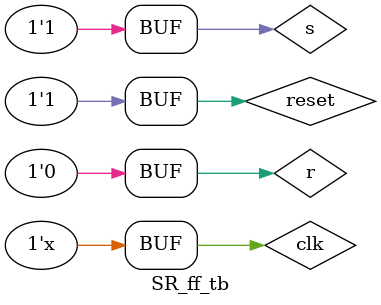
<source format=v>
module SR_ff_tb;
reg clk;
reg reset;
reg s,r;
wire q;
wire qb;
SR_ff srflipflop( .clk(clk), .reset(reset), .s(s), .r(r), .q(q), .q_bar(qb) );
initial begin
$monitor(clk,s,r,q,qb,reset);
s = 1'b0;
r = 1'b0;
reset = 1;
clk=1;
#10
reset=0;
s=1'b1;
r=1'b0;
#100
reset=0;
s=1'b0;
r=1'b1;
#100
reset=0;
s=1'b1;
r=1'b1;
#100
reset=0;
s=1'b0;
r=1'b0;
#100
reset=1;
s=1'b1;
r=1'b0;
end
always #25 clk <= ~clk;
endmodule

</source>
